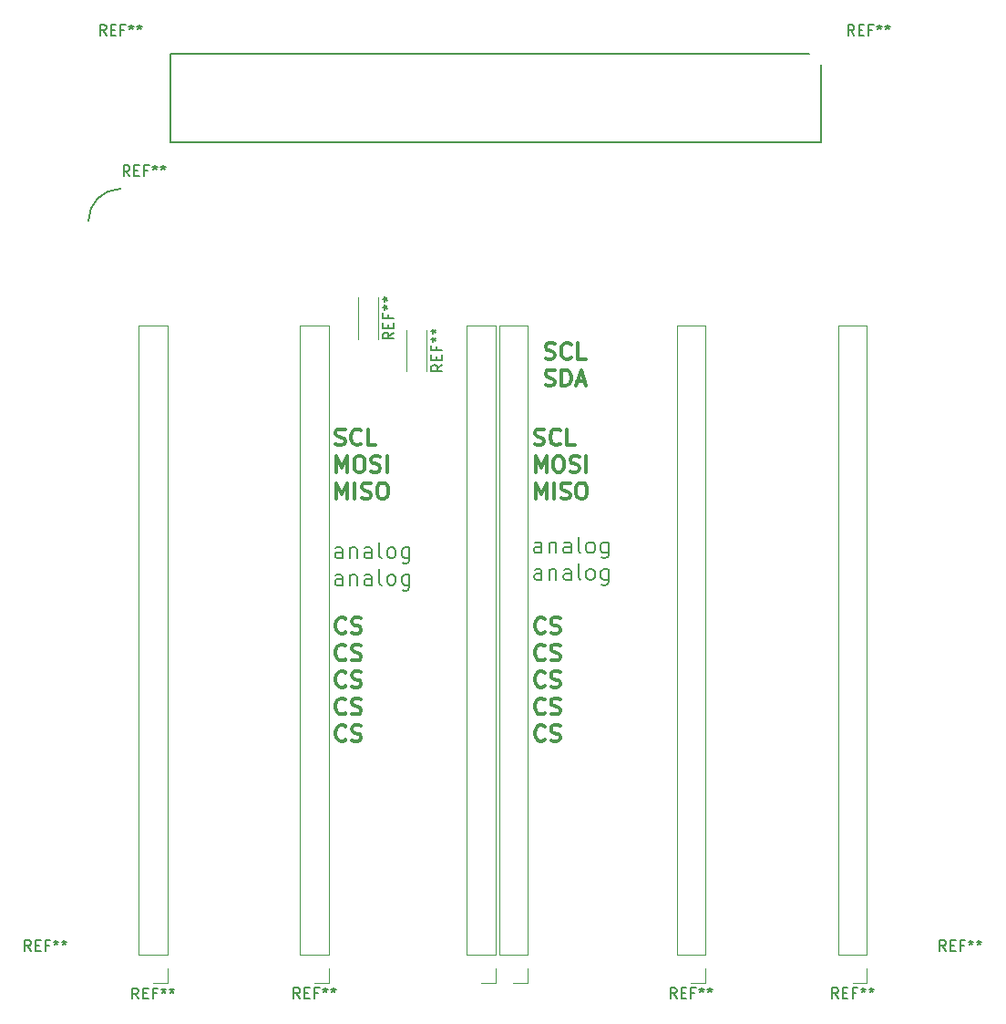
<source format=gbr>
%TF.GenerationSoftware,KiCad,Pcbnew,8.0.0*%
%TF.CreationDate,2025-01-16T00:37:42+02:00*%
%TF.ProjectId,diplomna_2024_pcb_layout,6469706c-6f6d-46e6-915f-323032345f70,rev?*%
%TF.SameCoordinates,Original*%
%TF.FileFunction,Legend,Top*%
%TF.FilePolarity,Positive*%
%FSLAX46Y46*%
G04 Gerber Fmt 4.6, Leading zero omitted, Abs format (unit mm)*
G04 Created by KiCad (PCBNEW 8.0.0) date 2025-01-16 00:37:42*
%MOMM*%
%LPD*%
G01*
G04 APERTURE LIST*
%ADD10C,0.300000*%
%ADD11C,0.187500*%
%ADD12C,0.150000*%
%ADD13C,0.120000*%
%ADD14C,0.127000*%
%ADD15C,0.200000*%
G04 APERTURE END LIST*
D10*
X207411653Y-114657971D02*
X207340225Y-114729400D01*
X207340225Y-114729400D02*
X207125939Y-114800828D01*
X207125939Y-114800828D02*
X206983082Y-114800828D01*
X206983082Y-114800828D02*
X206768796Y-114729400D01*
X206768796Y-114729400D02*
X206625939Y-114586542D01*
X206625939Y-114586542D02*
X206554510Y-114443685D01*
X206554510Y-114443685D02*
X206483082Y-114157971D01*
X206483082Y-114157971D02*
X206483082Y-113943685D01*
X206483082Y-113943685D02*
X206554510Y-113657971D01*
X206554510Y-113657971D02*
X206625939Y-113515114D01*
X206625939Y-113515114D02*
X206768796Y-113372257D01*
X206768796Y-113372257D02*
X206983082Y-113300828D01*
X206983082Y-113300828D02*
X207125939Y-113300828D01*
X207125939Y-113300828D02*
X207340225Y-113372257D01*
X207340225Y-113372257D02*
X207411653Y-113443685D01*
X207983082Y-114729400D02*
X208197368Y-114800828D01*
X208197368Y-114800828D02*
X208554510Y-114800828D01*
X208554510Y-114800828D02*
X208697368Y-114729400D01*
X208697368Y-114729400D02*
X208768796Y-114657971D01*
X208768796Y-114657971D02*
X208840225Y-114515114D01*
X208840225Y-114515114D02*
X208840225Y-114372257D01*
X208840225Y-114372257D02*
X208768796Y-114229400D01*
X208768796Y-114229400D02*
X208697368Y-114157971D01*
X208697368Y-114157971D02*
X208554510Y-114086542D01*
X208554510Y-114086542D02*
X208268796Y-114015114D01*
X208268796Y-114015114D02*
X208125939Y-113943685D01*
X208125939Y-113943685D02*
X208054510Y-113872257D01*
X208054510Y-113872257D02*
X207983082Y-113729400D01*
X207983082Y-113729400D02*
X207983082Y-113586542D01*
X207983082Y-113586542D02*
X208054510Y-113443685D01*
X208054510Y-113443685D02*
X208125939Y-113372257D01*
X208125939Y-113372257D02*
X208268796Y-113300828D01*
X208268796Y-113300828D02*
X208625939Y-113300828D01*
X208625939Y-113300828D02*
X208840225Y-113372257D01*
X188911653Y-107157971D02*
X188840225Y-107229400D01*
X188840225Y-107229400D02*
X188625939Y-107300828D01*
X188625939Y-107300828D02*
X188483082Y-107300828D01*
X188483082Y-107300828D02*
X188268796Y-107229400D01*
X188268796Y-107229400D02*
X188125939Y-107086542D01*
X188125939Y-107086542D02*
X188054510Y-106943685D01*
X188054510Y-106943685D02*
X187983082Y-106657971D01*
X187983082Y-106657971D02*
X187983082Y-106443685D01*
X187983082Y-106443685D02*
X188054510Y-106157971D01*
X188054510Y-106157971D02*
X188125939Y-106015114D01*
X188125939Y-106015114D02*
X188268796Y-105872257D01*
X188268796Y-105872257D02*
X188483082Y-105800828D01*
X188483082Y-105800828D02*
X188625939Y-105800828D01*
X188625939Y-105800828D02*
X188840225Y-105872257D01*
X188840225Y-105872257D02*
X188911653Y-105943685D01*
X189483082Y-107229400D02*
X189697368Y-107300828D01*
X189697368Y-107300828D02*
X190054510Y-107300828D01*
X190054510Y-107300828D02*
X190197368Y-107229400D01*
X190197368Y-107229400D02*
X190268796Y-107157971D01*
X190268796Y-107157971D02*
X190340225Y-107015114D01*
X190340225Y-107015114D02*
X190340225Y-106872257D01*
X190340225Y-106872257D02*
X190268796Y-106729400D01*
X190268796Y-106729400D02*
X190197368Y-106657971D01*
X190197368Y-106657971D02*
X190054510Y-106586542D01*
X190054510Y-106586542D02*
X189768796Y-106515114D01*
X189768796Y-106515114D02*
X189625939Y-106443685D01*
X189625939Y-106443685D02*
X189554510Y-106372257D01*
X189554510Y-106372257D02*
X189483082Y-106229400D01*
X189483082Y-106229400D02*
X189483082Y-106086542D01*
X189483082Y-106086542D02*
X189554510Y-105943685D01*
X189554510Y-105943685D02*
X189625939Y-105872257D01*
X189625939Y-105872257D02*
X189768796Y-105800828D01*
X189768796Y-105800828D02*
X190125939Y-105800828D01*
X190125939Y-105800828D02*
X190340225Y-105872257D01*
X188911653Y-112157971D02*
X188840225Y-112229400D01*
X188840225Y-112229400D02*
X188625939Y-112300828D01*
X188625939Y-112300828D02*
X188483082Y-112300828D01*
X188483082Y-112300828D02*
X188268796Y-112229400D01*
X188268796Y-112229400D02*
X188125939Y-112086542D01*
X188125939Y-112086542D02*
X188054510Y-111943685D01*
X188054510Y-111943685D02*
X187983082Y-111657971D01*
X187983082Y-111657971D02*
X187983082Y-111443685D01*
X187983082Y-111443685D02*
X188054510Y-111157971D01*
X188054510Y-111157971D02*
X188125939Y-111015114D01*
X188125939Y-111015114D02*
X188268796Y-110872257D01*
X188268796Y-110872257D02*
X188483082Y-110800828D01*
X188483082Y-110800828D02*
X188625939Y-110800828D01*
X188625939Y-110800828D02*
X188840225Y-110872257D01*
X188840225Y-110872257D02*
X188911653Y-110943685D01*
X189483082Y-112229400D02*
X189697368Y-112300828D01*
X189697368Y-112300828D02*
X190054510Y-112300828D01*
X190054510Y-112300828D02*
X190197368Y-112229400D01*
X190197368Y-112229400D02*
X190268796Y-112157971D01*
X190268796Y-112157971D02*
X190340225Y-112015114D01*
X190340225Y-112015114D02*
X190340225Y-111872257D01*
X190340225Y-111872257D02*
X190268796Y-111729400D01*
X190268796Y-111729400D02*
X190197368Y-111657971D01*
X190197368Y-111657971D02*
X190054510Y-111586542D01*
X190054510Y-111586542D02*
X189768796Y-111515114D01*
X189768796Y-111515114D02*
X189625939Y-111443685D01*
X189625939Y-111443685D02*
X189554510Y-111372257D01*
X189554510Y-111372257D02*
X189483082Y-111229400D01*
X189483082Y-111229400D02*
X189483082Y-111086542D01*
X189483082Y-111086542D02*
X189554510Y-110943685D01*
X189554510Y-110943685D02*
X189625939Y-110872257D01*
X189625939Y-110872257D02*
X189768796Y-110800828D01*
X189768796Y-110800828D02*
X190125939Y-110800828D01*
X190125939Y-110800828D02*
X190340225Y-110872257D01*
X207411653Y-107157971D02*
X207340225Y-107229400D01*
X207340225Y-107229400D02*
X207125939Y-107300828D01*
X207125939Y-107300828D02*
X206983082Y-107300828D01*
X206983082Y-107300828D02*
X206768796Y-107229400D01*
X206768796Y-107229400D02*
X206625939Y-107086542D01*
X206625939Y-107086542D02*
X206554510Y-106943685D01*
X206554510Y-106943685D02*
X206483082Y-106657971D01*
X206483082Y-106657971D02*
X206483082Y-106443685D01*
X206483082Y-106443685D02*
X206554510Y-106157971D01*
X206554510Y-106157971D02*
X206625939Y-106015114D01*
X206625939Y-106015114D02*
X206768796Y-105872257D01*
X206768796Y-105872257D02*
X206983082Y-105800828D01*
X206983082Y-105800828D02*
X207125939Y-105800828D01*
X207125939Y-105800828D02*
X207340225Y-105872257D01*
X207340225Y-105872257D02*
X207411653Y-105943685D01*
X207983082Y-107229400D02*
X208197368Y-107300828D01*
X208197368Y-107300828D02*
X208554510Y-107300828D01*
X208554510Y-107300828D02*
X208697368Y-107229400D01*
X208697368Y-107229400D02*
X208768796Y-107157971D01*
X208768796Y-107157971D02*
X208840225Y-107015114D01*
X208840225Y-107015114D02*
X208840225Y-106872257D01*
X208840225Y-106872257D02*
X208768796Y-106729400D01*
X208768796Y-106729400D02*
X208697368Y-106657971D01*
X208697368Y-106657971D02*
X208554510Y-106586542D01*
X208554510Y-106586542D02*
X208268796Y-106515114D01*
X208268796Y-106515114D02*
X208125939Y-106443685D01*
X208125939Y-106443685D02*
X208054510Y-106372257D01*
X208054510Y-106372257D02*
X207983082Y-106229400D01*
X207983082Y-106229400D02*
X207983082Y-106086542D01*
X207983082Y-106086542D02*
X208054510Y-105943685D01*
X208054510Y-105943685D02*
X208125939Y-105872257D01*
X208125939Y-105872257D02*
X208268796Y-105800828D01*
X208268796Y-105800828D02*
X208625939Y-105800828D01*
X208625939Y-105800828D02*
X208840225Y-105872257D01*
X206554510Y-94800828D02*
X206554510Y-93300828D01*
X206554510Y-93300828D02*
X207054510Y-94372257D01*
X207054510Y-94372257D02*
X207554510Y-93300828D01*
X207554510Y-93300828D02*
X207554510Y-94800828D01*
X208268796Y-94800828D02*
X208268796Y-93300828D01*
X208911654Y-94729400D02*
X209125940Y-94800828D01*
X209125940Y-94800828D02*
X209483082Y-94800828D01*
X209483082Y-94800828D02*
X209625940Y-94729400D01*
X209625940Y-94729400D02*
X209697368Y-94657971D01*
X209697368Y-94657971D02*
X209768797Y-94515114D01*
X209768797Y-94515114D02*
X209768797Y-94372257D01*
X209768797Y-94372257D02*
X209697368Y-94229400D01*
X209697368Y-94229400D02*
X209625940Y-94157971D01*
X209625940Y-94157971D02*
X209483082Y-94086542D01*
X209483082Y-94086542D02*
X209197368Y-94015114D01*
X209197368Y-94015114D02*
X209054511Y-93943685D01*
X209054511Y-93943685D02*
X208983082Y-93872257D01*
X208983082Y-93872257D02*
X208911654Y-93729400D01*
X208911654Y-93729400D02*
X208911654Y-93586542D01*
X208911654Y-93586542D02*
X208983082Y-93443685D01*
X208983082Y-93443685D02*
X209054511Y-93372257D01*
X209054511Y-93372257D02*
X209197368Y-93300828D01*
X209197368Y-93300828D02*
X209554511Y-93300828D01*
X209554511Y-93300828D02*
X209768797Y-93372257D01*
X210697368Y-93300828D02*
X210983082Y-93300828D01*
X210983082Y-93300828D02*
X211125939Y-93372257D01*
X211125939Y-93372257D02*
X211268796Y-93515114D01*
X211268796Y-93515114D02*
X211340225Y-93800828D01*
X211340225Y-93800828D02*
X211340225Y-94300828D01*
X211340225Y-94300828D02*
X211268796Y-94586542D01*
X211268796Y-94586542D02*
X211125939Y-94729400D01*
X211125939Y-94729400D02*
X210983082Y-94800828D01*
X210983082Y-94800828D02*
X210697368Y-94800828D01*
X210697368Y-94800828D02*
X210554511Y-94729400D01*
X210554511Y-94729400D02*
X210411653Y-94586542D01*
X210411653Y-94586542D02*
X210340225Y-94300828D01*
X210340225Y-94300828D02*
X210340225Y-93800828D01*
X210340225Y-93800828D02*
X210411653Y-93515114D01*
X210411653Y-93515114D02*
X210554511Y-93372257D01*
X210554511Y-93372257D02*
X210697368Y-93300828D01*
X206554510Y-92300828D02*
X206554510Y-90800828D01*
X206554510Y-90800828D02*
X207054510Y-91872257D01*
X207054510Y-91872257D02*
X207554510Y-90800828D01*
X207554510Y-90800828D02*
X207554510Y-92300828D01*
X208554511Y-90800828D02*
X208840225Y-90800828D01*
X208840225Y-90800828D02*
X208983082Y-90872257D01*
X208983082Y-90872257D02*
X209125939Y-91015114D01*
X209125939Y-91015114D02*
X209197368Y-91300828D01*
X209197368Y-91300828D02*
X209197368Y-91800828D01*
X209197368Y-91800828D02*
X209125939Y-92086542D01*
X209125939Y-92086542D02*
X208983082Y-92229400D01*
X208983082Y-92229400D02*
X208840225Y-92300828D01*
X208840225Y-92300828D02*
X208554511Y-92300828D01*
X208554511Y-92300828D02*
X208411654Y-92229400D01*
X208411654Y-92229400D02*
X208268796Y-92086542D01*
X208268796Y-92086542D02*
X208197368Y-91800828D01*
X208197368Y-91800828D02*
X208197368Y-91300828D01*
X208197368Y-91300828D02*
X208268796Y-91015114D01*
X208268796Y-91015114D02*
X208411654Y-90872257D01*
X208411654Y-90872257D02*
X208554511Y-90800828D01*
X209768797Y-92229400D02*
X209983083Y-92300828D01*
X209983083Y-92300828D02*
X210340225Y-92300828D01*
X210340225Y-92300828D02*
X210483083Y-92229400D01*
X210483083Y-92229400D02*
X210554511Y-92157971D01*
X210554511Y-92157971D02*
X210625940Y-92015114D01*
X210625940Y-92015114D02*
X210625940Y-91872257D01*
X210625940Y-91872257D02*
X210554511Y-91729400D01*
X210554511Y-91729400D02*
X210483083Y-91657971D01*
X210483083Y-91657971D02*
X210340225Y-91586542D01*
X210340225Y-91586542D02*
X210054511Y-91515114D01*
X210054511Y-91515114D02*
X209911654Y-91443685D01*
X209911654Y-91443685D02*
X209840225Y-91372257D01*
X209840225Y-91372257D02*
X209768797Y-91229400D01*
X209768797Y-91229400D02*
X209768797Y-91086542D01*
X209768797Y-91086542D02*
X209840225Y-90943685D01*
X209840225Y-90943685D02*
X209911654Y-90872257D01*
X209911654Y-90872257D02*
X210054511Y-90800828D01*
X210054511Y-90800828D02*
X210411654Y-90800828D01*
X210411654Y-90800828D02*
X210625940Y-90872257D01*
X211268796Y-92300828D02*
X211268796Y-90800828D01*
X207411653Y-117157971D02*
X207340225Y-117229400D01*
X207340225Y-117229400D02*
X207125939Y-117300828D01*
X207125939Y-117300828D02*
X206983082Y-117300828D01*
X206983082Y-117300828D02*
X206768796Y-117229400D01*
X206768796Y-117229400D02*
X206625939Y-117086542D01*
X206625939Y-117086542D02*
X206554510Y-116943685D01*
X206554510Y-116943685D02*
X206483082Y-116657971D01*
X206483082Y-116657971D02*
X206483082Y-116443685D01*
X206483082Y-116443685D02*
X206554510Y-116157971D01*
X206554510Y-116157971D02*
X206625939Y-116015114D01*
X206625939Y-116015114D02*
X206768796Y-115872257D01*
X206768796Y-115872257D02*
X206983082Y-115800828D01*
X206983082Y-115800828D02*
X207125939Y-115800828D01*
X207125939Y-115800828D02*
X207340225Y-115872257D01*
X207340225Y-115872257D02*
X207411653Y-115943685D01*
X207983082Y-117229400D02*
X208197368Y-117300828D01*
X208197368Y-117300828D02*
X208554510Y-117300828D01*
X208554510Y-117300828D02*
X208697368Y-117229400D01*
X208697368Y-117229400D02*
X208768796Y-117157971D01*
X208768796Y-117157971D02*
X208840225Y-117015114D01*
X208840225Y-117015114D02*
X208840225Y-116872257D01*
X208840225Y-116872257D02*
X208768796Y-116729400D01*
X208768796Y-116729400D02*
X208697368Y-116657971D01*
X208697368Y-116657971D02*
X208554510Y-116586542D01*
X208554510Y-116586542D02*
X208268796Y-116515114D01*
X208268796Y-116515114D02*
X208125939Y-116443685D01*
X208125939Y-116443685D02*
X208054510Y-116372257D01*
X208054510Y-116372257D02*
X207983082Y-116229400D01*
X207983082Y-116229400D02*
X207983082Y-116086542D01*
X207983082Y-116086542D02*
X208054510Y-115943685D01*
X208054510Y-115943685D02*
X208125939Y-115872257D01*
X208125939Y-115872257D02*
X208268796Y-115800828D01*
X208268796Y-115800828D02*
X208625939Y-115800828D01*
X208625939Y-115800828D02*
X208840225Y-115872257D01*
X207483082Y-84229400D02*
X207697368Y-84300828D01*
X207697368Y-84300828D02*
X208054510Y-84300828D01*
X208054510Y-84300828D02*
X208197368Y-84229400D01*
X208197368Y-84229400D02*
X208268796Y-84157971D01*
X208268796Y-84157971D02*
X208340225Y-84015114D01*
X208340225Y-84015114D02*
X208340225Y-83872257D01*
X208340225Y-83872257D02*
X208268796Y-83729400D01*
X208268796Y-83729400D02*
X208197368Y-83657971D01*
X208197368Y-83657971D02*
X208054510Y-83586542D01*
X208054510Y-83586542D02*
X207768796Y-83515114D01*
X207768796Y-83515114D02*
X207625939Y-83443685D01*
X207625939Y-83443685D02*
X207554510Y-83372257D01*
X207554510Y-83372257D02*
X207483082Y-83229400D01*
X207483082Y-83229400D02*
X207483082Y-83086542D01*
X207483082Y-83086542D02*
X207554510Y-82943685D01*
X207554510Y-82943685D02*
X207625939Y-82872257D01*
X207625939Y-82872257D02*
X207768796Y-82800828D01*
X207768796Y-82800828D02*
X208125939Y-82800828D01*
X208125939Y-82800828D02*
X208340225Y-82872257D01*
X208983081Y-84300828D02*
X208983081Y-82800828D01*
X208983081Y-82800828D02*
X209340224Y-82800828D01*
X209340224Y-82800828D02*
X209554510Y-82872257D01*
X209554510Y-82872257D02*
X209697367Y-83015114D01*
X209697367Y-83015114D02*
X209768796Y-83157971D01*
X209768796Y-83157971D02*
X209840224Y-83443685D01*
X209840224Y-83443685D02*
X209840224Y-83657971D01*
X209840224Y-83657971D02*
X209768796Y-83943685D01*
X209768796Y-83943685D02*
X209697367Y-84086542D01*
X209697367Y-84086542D02*
X209554510Y-84229400D01*
X209554510Y-84229400D02*
X209340224Y-84300828D01*
X209340224Y-84300828D02*
X208983081Y-84300828D01*
X210411653Y-83872257D02*
X211125939Y-83872257D01*
X210268796Y-84300828D02*
X210768796Y-82800828D01*
X210768796Y-82800828D02*
X211268796Y-84300828D01*
X206483082Y-89729400D02*
X206697368Y-89800828D01*
X206697368Y-89800828D02*
X207054510Y-89800828D01*
X207054510Y-89800828D02*
X207197368Y-89729400D01*
X207197368Y-89729400D02*
X207268796Y-89657971D01*
X207268796Y-89657971D02*
X207340225Y-89515114D01*
X207340225Y-89515114D02*
X207340225Y-89372257D01*
X207340225Y-89372257D02*
X207268796Y-89229400D01*
X207268796Y-89229400D02*
X207197368Y-89157971D01*
X207197368Y-89157971D02*
X207054510Y-89086542D01*
X207054510Y-89086542D02*
X206768796Y-89015114D01*
X206768796Y-89015114D02*
X206625939Y-88943685D01*
X206625939Y-88943685D02*
X206554510Y-88872257D01*
X206554510Y-88872257D02*
X206483082Y-88729400D01*
X206483082Y-88729400D02*
X206483082Y-88586542D01*
X206483082Y-88586542D02*
X206554510Y-88443685D01*
X206554510Y-88443685D02*
X206625939Y-88372257D01*
X206625939Y-88372257D02*
X206768796Y-88300828D01*
X206768796Y-88300828D02*
X207125939Y-88300828D01*
X207125939Y-88300828D02*
X207340225Y-88372257D01*
X208840224Y-89657971D02*
X208768796Y-89729400D01*
X208768796Y-89729400D02*
X208554510Y-89800828D01*
X208554510Y-89800828D02*
X208411653Y-89800828D01*
X208411653Y-89800828D02*
X208197367Y-89729400D01*
X208197367Y-89729400D02*
X208054510Y-89586542D01*
X208054510Y-89586542D02*
X207983081Y-89443685D01*
X207983081Y-89443685D02*
X207911653Y-89157971D01*
X207911653Y-89157971D02*
X207911653Y-88943685D01*
X207911653Y-88943685D02*
X207983081Y-88657971D01*
X207983081Y-88657971D02*
X208054510Y-88515114D01*
X208054510Y-88515114D02*
X208197367Y-88372257D01*
X208197367Y-88372257D02*
X208411653Y-88300828D01*
X208411653Y-88300828D02*
X208554510Y-88300828D01*
X208554510Y-88300828D02*
X208768796Y-88372257D01*
X208768796Y-88372257D02*
X208840224Y-88443685D01*
X210197367Y-89800828D02*
X209483081Y-89800828D01*
X209483081Y-89800828D02*
X209483081Y-88300828D01*
X207411653Y-112157971D02*
X207340225Y-112229400D01*
X207340225Y-112229400D02*
X207125939Y-112300828D01*
X207125939Y-112300828D02*
X206983082Y-112300828D01*
X206983082Y-112300828D02*
X206768796Y-112229400D01*
X206768796Y-112229400D02*
X206625939Y-112086542D01*
X206625939Y-112086542D02*
X206554510Y-111943685D01*
X206554510Y-111943685D02*
X206483082Y-111657971D01*
X206483082Y-111657971D02*
X206483082Y-111443685D01*
X206483082Y-111443685D02*
X206554510Y-111157971D01*
X206554510Y-111157971D02*
X206625939Y-111015114D01*
X206625939Y-111015114D02*
X206768796Y-110872257D01*
X206768796Y-110872257D02*
X206983082Y-110800828D01*
X206983082Y-110800828D02*
X207125939Y-110800828D01*
X207125939Y-110800828D02*
X207340225Y-110872257D01*
X207340225Y-110872257D02*
X207411653Y-110943685D01*
X207983082Y-112229400D02*
X208197368Y-112300828D01*
X208197368Y-112300828D02*
X208554510Y-112300828D01*
X208554510Y-112300828D02*
X208697368Y-112229400D01*
X208697368Y-112229400D02*
X208768796Y-112157971D01*
X208768796Y-112157971D02*
X208840225Y-112015114D01*
X208840225Y-112015114D02*
X208840225Y-111872257D01*
X208840225Y-111872257D02*
X208768796Y-111729400D01*
X208768796Y-111729400D02*
X208697368Y-111657971D01*
X208697368Y-111657971D02*
X208554510Y-111586542D01*
X208554510Y-111586542D02*
X208268796Y-111515114D01*
X208268796Y-111515114D02*
X208125939Y-111443685D01*
X208125939Y-111443685D02*
X208054510Y-111372257D01*
X208054510Y-111372257D02*
X207983082Y-111229400D01*
X207983082Y-111229400D02*
X207983082Y-111086542D01*
X207983082Y-111086542D02*
X208054510Y-110943685D01*
X208054510Y-110943685D02*
X208125939Y-110872257D01*
X208125939Y-110872257D02*
X208268796Y-110800828D01*
X208268796Y-110800828D02*
X208625939Y-110800828D01*
X208625939Y-110800828D02*
X208840225Y-110872257D01*
X188054510Y-94800828D02*
X188054510Y-93300828D01*
X188054510Y-93300828D02*
X188554510Y-94372257D01*
X188554510Y-94372257D02*
X189054510Y-93300828D01*
X189054510Y-93300828D02*
X189054510Y-94800828D01*
X189768796Y-94800828D02*
X189768796Y-93300828D01*
X190411654Y-94729400D02*
X190625940Y-94800828D01*
X190625940Y-94800828D02*
X190983082Y-94800828D01*
X190983082Y-94800828D02*
X191125940Y-94729400D01*
X191125940Y-94729400D02*
X191197368Y-94657971D01*
X191197368Y-94657971D02*
X191268797Y-94515114D01*
X191268797Y-94515114D02*
X191268797Y-94372257D01*
X191268797Y-94372257D02*
X191197368Y-94229400D01*
X191197368Y-94229400D02*
X191125940Y-94157971D01*
X191125940Y-94157971D02*
X190983082Y-94086542D01*
X190983082Y-94086542D02*
X190697368Y-94015114D01*
X190697368Y-94015114D02*
X190554511Y-93943685D01*
X190554511Y-93943685D02*
X190483082Y-93872257D01*
X190483082Y-93872257D02*
X190411654Y-93729400D01*
X190411654Y-93729400D02*
X190411654Y-93586542D01*
X190411654Y-93586542D02*
X190483082Y-93443685D01*
X190483082Y-93443685D02*
X190554511Y-93372257D01*
X190554511Y-93372257D02*
X190697368Y-93300828D01*
X190697368Y-93300828D02*
X191054511Y-93300828D01*
X191054511Y-93300828D02*
X191268797Y-93372257D01*
X192197368Y-93300828D02*
X192483082Y-93300828D01*
X192483082Y-93300828D02*
X192625939Y-93372257D01*
X192625939Y-93372257D02*
X192768796Y-93515114D01*
X192768796Y-93515114D02*
X192840225Y-93800828D01*
X192840225Y-93800828D02*
X192840225Y-94300828D01*
X192840225Y-94300828D02*
X192768796Y-94586542D01*
X192768796Y-94586542D02*
X192625939Y-94729400D01*
X192625939Y-94729400D02*
X192483082Y-94800828D01*
X192483082Y-94800828D02*
X192197368Y-94800828D01*
X192197368Y-94800828D02*
X192054511Y-94729400D01*
X192054511Y-94729400D02*
X191911653Y-94586542D01*
X191911653Y-94586542D02*
X191840225Y-94300828D01*
X191840225Y-94300828D02*
X191840225Y-93800828D01*
X191840225Y-93800828D02*
X191911653Y-93515114D01*
X191911653Y-93515114D02*
X192054511Y-93372257D01*
X192054511Y-93372257D02*
X192197368Y-93300828D01*
D11*
X188623355Y-100306678D02*
X188623355Y-99520964D01*
X188623355Y-99520964D02*
X188551926Y-99378107D01*
X188551926Y-99378107D02*
X188409069Y-99306678D01*
X188409069Y-99306678D02*
X188123355Y-99306678D01*
X188123355Y-99306678D02*
X187980497Y-99378107D01*
X188623355Y-100235250D02*
X188480497Y-100306678D01*
X188480497Y-100306678D02*
X188123355Y-100306678D01*
X188123355Y-100306678D02*
X187980497Y-100235250D01*
X187980497Y-100235250D02*
X187909069Y-100092392D01*
X187909069Y-100092392D02*
X187909069Y-99949535D01*
X187909069Y-99949535D02*
X187980497Y-99806678D01*
X187980497Y-99806678D02*
X188123355Y-99735250D01*
X188123355Y-99735250D02*
X188480497Y-99735250D01*
X188480497Y-99735250D02*
X188623355Y-99663821D01*
X189337640Y-99306678D02*
X189337640Y-100306678D01*
X189337640Y-99449535D02*
X189409069Y-99378107D01*
X189409069Y-99378107D02*
X189551926Y-99306678D01*
X189551926Y-99306678D02*
X189766212Y-99306678D01*
X189766212Y-99306678D02*
X189909069Y-99378107D01*
X189909069Y-99378107D02*
X189980498Y-99520964D01*
X189980498Y-99520964D02*
X189980498Y-100306678D01*
X191337641Y-100306678D02*
X191337641Y-99520964D01*
X191337641Y-99520964D02*
X191266212Y-99378107D01*
X191266212Y-99378107D02*
X191123355Y-99306678D01*
X191123355Y-99306678D02*
X190837641Y-99306678D01*
X190837641Y-99306678D02*
X190694783Y-99378107D01*
X191337641Y-100235250D02*
X191194783Y-100306678D01*
X191194783Y-100306678D02*
X190837641Y-100306678D01*
X190837641Y-100306678D02*
X190694783Y-100235250D01*
X190694783Y-100235250D02*
X190623355Y-100092392D01*
X190623355Y-100092392D02*
X190623355Y-99949535D01*
X190623355Y-99949535D02*
X190694783Y-99806678D01*
X190694783Y-99806678D02*
X190837641Y-99735250D01*
X190837641Y-99735250D02*
X191194783Y-99735250D01*
X191194783Y-99735250D02*
X191337641Y-99663821D01*
X192266212Y-100306678D02*
X192123355Y-100235250D01*
X192123355Y-100235250D02*
X192051926Y-100092392D01*
X192051926Y-100092392D02*
X192051926Y-98806678D01*
X193051926Y-100306678D02*
X192909069Y-100235250D01*
X192909069Y-100235250D02*
X192837640Y-100163821D01*
X192837640Y-100163821D02*
X192766212Y-100020964D01*
X192766212Y-100020964D02*
X192766212Y-99592392D01*
X192766212Y-99592392D02*
X192837640Y-99449535D01*
X192837640Y-99449535D02*
X192909069Y-99378107D01*
X192909069Y-99378107D02*
X193051926Y-99306678D01*
X193051926Y-99306678D02*
X193266212Y-99306678D01*
X193266212Y-99306678D02*
X193409069Y-99378107D01*
X193409069Y-99378107D02*
X193480498Y-99449535D01*
X193480498Y-99449535D02*
X193551926Y-99592392D01*
X193551926Y-99592392D02*
X193551926Y-100020964D01*
X193551926Y-100020964D02*
X193480498Y-100163821D01*
X193480498Y-100163821D02*
X193409069Y-100235250D01*
X193409069Y-100235250D02*
X193266212Y-100306678D01*
X193266212Y-100306678D02*
X193051926Y-100306678D01*
X194837641Y-99306678D02*
X194837641Y-100520964D01*
X194837641Y-100520964D02*
X194766212Y-100663821D01*
X194766212Y-100663821D02*
X194694783Y-100735250D01*
X194694783Y-100735250D02*
X194551926Y-100806678D01*
X194551926Y-100806678D02*
X194337641Y-100806678D01*
X194337641Y-100806678D02*
X194194783Y-100735250D01*
X194837641Y-100235250D02*
X194694783Y-100306678D01*
X194694783Y-100306678D02*
X194409069Y-100306678D01*
X194409069Y-100306678D02*
X194266212Y-100235250D01*
X194266212Y-100235250D02*
X194194783Y-100163821D01*
X194194783Y-100163821D02*
X194123355Y-100020964D01*
X194123355Y-100020964D02*
X194123355Y-99592392D01*
X194123355Y-99592392D02*
X194194783Y-99449535D01*
X194194783Y-99449535D02*
X194266212Y-99378107D01*
X194266212Y-99378107D02*
X194409069Y-99306678D01*
X194409069Y-99306678D02*
X194694783Y-99306678D01*
X194694783Y-99306678D02*
X194837641Y-99378107D01*
D10*
X207411653Y-109657971D02*
X207340225Y-109729400D01*
X207340225Y-109729400D02*
X207125939Y-109800828D01*
X207125939Y-109800828D02*
X206983082Y-109800828D01*
X206983082Y-109800828D02*
X206768796Y-109729400D01*
X206768796Y-109729400D02*
X206625939Y-109586542D01*
X206625939Y-109586542D02*
X206554510Y-109443685D01*
X206554510Y-109443685D02*
X206483082Y-109157971D01*
X206483082Y-109157971D02*
X206483082Y-108943685D01*
X206483082Y-108943685D02*
X206554510Y-108657971D01*
X206554510Y-108657971D02*
X206625939Y-108515114D01*
X206625939Y-108515114D02*
X206768796Y-108372257D01*
X206768796Y-108372257D02*
X206983082Y-108300828D01*
X206983082Y-108300828D02*
X207125939Y-108300828D01*
X207125939Y-108300828D02*
X207340225Y-108372257D01*
X207340225Y-108372257D02*
X207411653Y-108443685D01*
X207983082Y-109729400D02*
X208197368Y-109800828D01*
X208197368Y-109800828D02*
X208554510Y-109800828D01*
X208554510Y-109800828D02*
X208697368Y-109729400D01*
X208697368Y-109729400D02*
X208768796Y-109657971D01*
X208768796Y-109657971D02*
X208840225Y-109515114D01*
X208840225Y-109515114D02*
X208840225Y-109372257D01*
X208840225Y-109372257D02*
X208768796Y-109229400D01*
X208768796Y-109229400D02*
X208697368Y-109157971D01*
X208697368Y-109157971D02*
X208554510Y-109086542D01*
X208554510Y-109086542D02*
X208268796Y-109015114D01*
X208268796Y-109015114D02*
X208125939Y-108943685D01*
X208125939Y-108943685D02*
X208054510Y-108872257D01*
X208054510Y-108872257D02*
X207983082Y-108729400D01*
X207983082Y-108729400D02*
X207983082Y-108586542D01*
X207983082Y-108586542D02*
X208054510Y-108443685D01*
X208054510Y-108443685D02*
X208125939Y-108372257D01*
X208125939Y-108372257D02*
X208268796Y-108300828D01*
X208268796Y-108300828D02*
X208625939Y-108300828D01*
X208625939Y-108300828D02*
X208840225Y-108372257D01*
D11*
X207123355Y-99806678D02*
X207123355Y-99020964D01*
X207123355Y-99020964D02*
X207051926Y-98878107D01*
X207051926Y-98878107D02*
X206909069Y-98806678D01*
X206909069Y-98806678D02*
X206623355Y-98806678D01*
X206623355Y-98806678D02*
X206480497Y-98878107D01*
X207123355Y-99735250D02*
X206980497Y-99806678D01*
X206980497Y-99806678D02*
X206623355Y-99806678D01*
X206623355Y-99806678D02*
X206480497Y-99735250D01*
X206480497Y-99735250D02*
X206409069Y-99592392D01*
X206409069Y-99592392D02*
X206409069Y-99449535D01*
X206409069Y-99449535D02*
X206480497Y-99306678D01*
X206480497Y-99306678D02*
X206623355Y-99235250D01*
X206623355Y-99235250D02*
X206980497Y-99235250D01*
X206980497Y-99235250D02*
X207123355Y-99163821D01*
X207837640Y-98806678D02*
X207837640Y-99806678D01*
X207837640Y-98949535D02*
X207909069Y-98878107D01*
X207909069Y-98878107D02*
X208051926Y-98806678D01*
X208051926Y-98806678D02*
X208266212Y-98806678D01*
X208266212Y-98806678D02*
X208409069Y-98878107D01*
X208409069Y-98878107D02*
X208480498Y-99020964D01*
X208480498Y-99020964D02*
X208480498Y-99806678D01*
X209837641Y-99806678D02*
X209837641Y-99020964D01*
X209837641Y-99020964D02*
X209766212Y-98878107D01*
X209766212Y-98878107D02*
X209623355Y-98806678D01*
X209623355Y-98806678D02*
X209337641Y-98806678D01*
X209337641Y-98806678D02*
X209194783Y-98878107D01*
X209837641Y-99735250D02*
X209694783Y-99806678D01*
X209694783Y-99806678D02*
X209337641Y-99806678D01*
X209337641Y-99806678D02*
X209194783Y-99735250D01*
X209194783Y-99735250D02*
X209123355Y-99592392D01*
X209123355Y-99592392D02*
X209123355Y-99449535D01*
X209123355Y-99449535D02*
X209194783Y-99306678D01*
X209194783Y-99306678D02*
X209337641Y-99235250D01*
X209337641Y-99235250D02*
X209694783Y-99235250D01*
X209694783Y-99235250D02*
X209837641Y-99163821D01*
X210766212Y-99806678D02*
X210623355Y-99735250D01*
X210623355Y-99735250D02*
X210551926Y-99592392D01*
X210551926Y-99592392D02*
X210551926Y-98306678D01*
X211551926Y-99806678D02*
X211409069Y-99735250D01*
X211409069Y-99735250D02*
X211337640Y-99663821D01*
X211337640Y-99663821D02*
X211266212Y-99520964D01*
X211266212Y-99520964D02*
X211266212Y-99092392D01*
X211266212Y-99092392D02*
X211337640Y-98949535D01*
X211337640Y-98949535D02*
X211409069Y-98878107D01*
X211409069Y-98878107D02*
X211551926Y-98806678D01*
X211551926Y-98806678D02*
X211766212Y-98806678D01*
X211766212Y-98806678D02*
X211909069Y-98878107D01*
X211909069Y-98878107D02*
X211980498Y-98949535D01*
X211980498Y-98949535D02*
X212051926Y-99092392D01*
X212051926Y-99092392D02*
X212051926Y-99520964D01*
X212051926Y-99520964D02*
X211980498Y-99663821D01*
X211980498Y-99663821D02*
X211909069Y-99735250D01*
X211909069Y-99735250D02*
X211766212Y-99806678D01*
X211766212Y-99806678D02*
X211551926Y-99806678D01*
X213337641Y-98806678D02*
X213337641Y-100020964D01*
X213337641Y-100020964D02*
X213266212Y-100163821D01*
X213266212Y-100163821D02*
X213194783Y-100235250D01*
X213194783Y-100235250D02*
X213051926Y-100306678D01*
X213051926Y-100306678D02*
X212837641Y-100306678D01*
X212837641Y-100306678D02*
X212694783Y-100235250D01*
X213337641Y-99735250D02*
X213194783Y-99806678D01*
X213194783Y-99806678D02*
X212909069Y-99806678D01*
X212909069Y-99806678D02*
X212766212Y-99735250D01*
X212766212Y-99735250D02*
X212694783Y-99663821D01*
X212694783Y-99663821D02*
X212623355Y-99520964D01*
X212623355Y-99520964D02*
X212623355Y-99092392D01*
X212623355Y-99092392D02*
X212694783Y-98949535D01*
X212694783Y-98949535D02*
X212766212Y-98878107D01*
X212766212Y-98878107D02*
X212909069Y-98806678D01*
X212909069Y-98806678D02*
X213194783Y-98806678D01*
X213194783Y-98806678D02*
X213337641Y-98878107D01*
D10*
X207483082Y-81729400D02*
X207697368Y-81800828D01*
X207697368Y-81800828D02*
X208054510Y-81800828D01*
X208054510Y-81800828D02*
X208197368Y-81729400D01*
X208197368Y-81729400D02*
X208268796Y-81657971D01*
X208268796Y-81657971D02*
X208340225Y-81515114D01*
X208340225Y-81515114D02*
X208340225Y-81372257D01*
X208340225Y-81372257D02*
X208268796Y-81229400D01*
X208268796Y-81229400D02*
X208197368Y-81157971D01*
X208197368Y-81157971D02*
X208054510Y-81086542D01*
X208054510Y-81086542D02*
X207768796Y-81015114D01*
X207768796Y-81015114D02*
X207625939Y-80943685D01*
X207625939Y-80943685D02*
X207554510Y-80872257D01*
X207554510Y-80872257D02*
X207483082Y-80729400D01*
X207483082Y-80729400D02*
X207483082Y-80586542D01*
X207483082Y-80586542D02*
X207554510Y-80443685D01*
X207554510Y-80443685D02*
X207625939Y-80372257D01*
X207625939Y-80372257D02*
X207768796Y-80300828D01*
X207768796Y-80300828D02*
X208125939Y-80300828D01*
X208125939Y-80300828D02*
X208340225Y-80372257D01*
X209840224Y-81657971D02*
X209768796Y-81729400D01*
X209768796Y-81729400D02*
X209554510Y-81800828D01*
X209554510Y-81800828D02*
X209411653Y-81800828D01*
X209411653Y-81800828D02*
X209197367Y-81729400D01*
X209197367Y-81729400D02*
X209054510Y-81586542D01*
X209054510Y-81586542D02*
X208983081Y-81443685D01*
X208983081Y-81443685D02*
X208911653Y-81157971D01*
X208911653Y-81157971D02*
X208911653Y-80943685D01*
X208911653Y-80943685D02*
X208983081Y-80657971D01*
X208983081Y-80657971D02*
X209054510Y-80515114D01*
X209054510Y-80515114D02*
X209197367Y-80372257D01*
X209197367Y-80372257D02*
X209411653Y-80300828D01*
X209411653Y-80300828D02*
X209554510Y-80300828D01*
X209554510Y-80300828D02*
X209768796Y-80372257D01*
X209768796Y-80372257D02*
X209840224Y-80443685D01*
X211197367Y-81800828D02*
X210483081Y-81800828D01*
X210483081Y-81800828D02*
X210483081Y-80300828D01*
X188911653Y-114657971D02*
X188840225Y-114729400D01*
X188840225Y-114729400D02*
X188625939Y-114800828D01*
X188625939Y-114800828D02*
X188483082Y-114800828D01*
X188483082Y-114800828D02*
X188268796Y-114729400D01*
X188268796Y-114729400D02*
X188125939Y-114586542D01*
X188125939Y-114586542D02*
X188054510Y-114443685D01*
X188054510Y-114443685D02*
X187983082Y-114157971D01*
X187983082Y-114157971D02*
X187983082Y-113943685D01*
X187983082Y-113943685D02*
X188054510Y-113657971D01*
X188054510Y-113657971D02*
X188125939Y-113515114D01*
X188125939Y-113515114D02*
X188268796Y-113372257D01*
X188268796Y-113372257D02*
X188483082Y-113300828D01*
X188483082Y-113300828D02*
X188625939Y-113300828D01*
X188625939Y-113300828D02*
X188840225Y-113372257D01*
X188840225Y-113372257D02*
X188911653Y-113443685D01*
X189483082Y-114729400D02*
X189697368Y-114800828D01*
X189697368Y-114800828D02*
X190054510Y-114800828D01*
X190054510Y-114800828D02*
X190197368Y-114729400D01*
X190197368Y-114729400D02*
X190268796Y-114657971D01*
X190268796Y-114657971D02*
X190340225Y-114515114D01*
X190340225Y-114515114D02*
X190340225Y-114372257D01*
X190340225Y-114372257D02*
X190268796Y-114229400D01*
X190268796Y-114229400D02*
X190197368Y-114157971D01*
X190197368Y-114157971D02*
X190054510Y-114086542D01*
X190054510Y-114086542D02*
X189768796Y-114015114D01*
X189768796Y-114015114D02*
X189625939Y-113943685D01*
X189625939Y-113943685D02*
X189554510Y-113872257D01*
X189554510Y-113872257D02*
X189483082Y-113729400D01*
X189483082Y-113729400D02*
X189483082Y-113586542D01*
X189483082Y-113586542D02*
X189554510Y-113443685D01*
X189554510Y-113443685D02*
X189625939Y-113372257D01*
X189625939Y-113372257D02*
X189768796Y-113300828D01*
X189768796Y-113300828D02*
X190125939Y-113300828D01*
X190125939Y-113300828D02*
X190340225Y-113372257D01*
X188054510Y-92300828D02*
X188054510Y-90800828D01*
X188054510Y-90800828D02*
X188554510Y-91872257D01*
X188554510Y-91872257D02*
X189054510Y-90800828D01*
X189054510Y-90800828D02*
X189054510Y-92300828D01*
X190054511Y-90800828D02*
X190340225Y-90800828D01*
X190340225Y-90800828D02*
X190483082Y-90872257D01*
X190483082Y-90872257D02*
X190625939Y-91015114D01*
X190625939Y-91015114D02*
X190697368Y-91300828D01*
X190697368Y-91300828D02*
X190697368Y-91800828D01*
X190697368Y-91800828D02*
X190625939Y-92086542D01*
X190625939Y-92086542D02*
X190483082Y-92229400D01*
X190483082Y-92229400D02*
X190340225Y-92300828D01*
X190340225Y-92300828D02*
X190054511Y-92300828D01*
X190054511Y-92300828D02*
X189911654Y-92229400D01*
X189911654Y-92229400D02*
X189768796Y-92086542D01*
X189768796Y-92086542D02*
X189697368Y-91800828D01*
X189697368Y-91800828D02*
X189697368Y-91300828D01*
X189697368Y-91300828D02*
X189768796Y-91015114D01*
X189768796Y-91015114D02*
X189911654Y-90872257D01*
X189911654Y-90872257D02*
X190054511Y-90800828D01*
X191268797Y-92229400D02*
X191483083Y-92300828D01*
X191483083Y-92300828D02*
X191840225Y-92300828D01*
X191840225Y-92300828D02*
X191983083Y-92229400D01*
X191983083Y-92229400D02*
X192054511Y-92157971D01*
X192054511Y-92157971D02*
X192125940Y-92015114D01*
X192125940Y-92015114D02*
X192125940Y-91872257D01*
X192125940Y-91872257D02*
X192054511Y-91729400D01*
X192054511Y-91729400D02*
X191983083Y-91657971D01*
X191983083Y-91657971D02*
X191840225Y-91586542D01*
X191840225Y-91586542D02*
X191554511Y-91515114D01*
X191554511Y-91515114D02*
X191411654Y-91443685D01*
X191411654Y-91443685D02*
X191340225Y-91372257D01*
X191340225Y-91372257D02*
X191268797Y-91229400D01*
X191268797Y-91229400D02*
X191268797Y-91086542D01*
X191268797Y-91086542D02*
X191340225Y-90943685D01*
X191340225Y-90943685D02*
X191411654Y-90872257D01*
X191411654Y-90872257D02*
X191554511Y-90800828D01*
X191554511Y-90800828D02*
X191911654Y-90800828D01*
X191911654Y-90800828D02*
X192125940Y-90872257D01*
X192768796Y-92300828D02*
X192768796Y-90800828D01*
X188911653Y-117157971D02*
X188840225Y-117229400D01*
X188840225Y-117229400D02*
X188625939Y-117300828D01*
X188625939Y-117300828D02*
X188483082Y-117300828D01*
X188483082Y-117300828D02*
X188268796Y-117229400D01*
X188268796Y-117229400D02*
X188125939Y-117086542D01*
X188125939Y-117086542D02*
X188054510Y-116943685D01*
X188054510Y-116943685D02*
X187983082Y-116657971D01*
X187983082Y-116657971D02*
X187983082Y-116443685D01*
X187983082Y-116443685D02*
X188054510Y-116157971D01*
X188054510Y-116157971D02*
X188125939Y-116015114D01*
X188125939Y-116015114D02*
X188268796Y-115872257D01*
X188268796Y-115872257D02*
X188483082Y-115800828D01*
X188483082Y-115800828D02*
X188625939Y-115800828D01*
X188625939Y-115800828D02*
X188840225Y-115872257D01*
X188840225Y-115872257D02*
X188911653Y-115943685D01*
X189483082Y-117229400D02*
X189697368Y-117300828D01*
X189697368Y-117300828D02*
X190054510Y-117300828D01*
X190054510Y-117300828D02*
X190197368Y-117229400D01*
X190197368Y-117229400D02*
X190268796Y-117157971D01*
X190268796Y-117157971D02*
X190340225Y-117015114D01*
X190340225Y-117015114D02*
X190340225Y-116872257D01*
X190340225Y-116872257D02*
X190268796Y-116729400D01*
X190268796Y-116729400D02*
X190197368Y-116657971D01*
X190197368Y-116657971D02*
X190054510Y-116586542D01*
X190054510Y-116586542D02*
X189768796Y-116515114D01*
X189768796Y-116515114D02*
X189625939Y-116443685D01*
X189625939Y-116443685D02*
X189554510Y-116372257D01*
X189554510Y-116372257D02*
X189483082Y-116229400D01*
X189483082Y-116229400D02*
X189483082Y-116086542D01*
X189483082Y-116086542D02*
X189554510Y-115943685D01*
X189554510Y-115943685D02*
X189625939Y-115872257D01*
X189625939Y-115872257D02*
X189768796Y-115800828D01*
X189768796Y-115800828D02*
X190125939Y-115800828D01*
X190125939Y-115800828D02*
X190340225Y-115872257D01*
X187983082Y-89729400D02*
X188197368Y-89800828D01*
X188197368Y-89800828D02*
X188554510Y-89800828D01*
X188554510Y-89800828D02*
X188697368Y-89729400D01*
X188697368Y-89729400D02*
X188768796Y-89657971D01*
X188768796Y-89657971D02*
X188840225Y-89515114D01*
X188840225Y-89515114D02*
X188840225Y-89372257D01*
X188840225Y-89372257D02*
X188768796Y-89229400D01*
X188768796Y-89229400D02*
X188697368Y-89157971D01*
X188697368Y-89157971D02*
X188554510Y-89086542D01*
X188554510Y-89086542D02*
X188268796Y-89015114D01*
X188268796Y-89015114D02*
X188125939Y-88943685D01*
X188125939Y-88943685D02*
X188054510Y-88872257D01*
X188054510Y-88872257D02*
X187983082Y-88729400D01*
X187983082Y-88729400D02*
X187983082Y-88586542D01*
X187983082Y-88586542D02*
X188054510Y-88443685D01*
X188054510Y-88443685D02*
X188125939Y-88372257D01*
X188125939Y-88372257D02*
X188268796Y-88300828D01*
X188268796Y-88300828D02*
X188625939Y-88300828D01*
X188625939Y-88300828D02*
X188840225Y-88372257D01*
X190340224Y-89657971D02*
X190268796Y-89729400D01*
X190268796Y-89729400D02*
X190054510Y-89800828D01*
X190054510Y-89800828D02*
X189911653Y-89800828D01*
X189911653Y-89800828D02*
X189697367Y-89729400D01*
X189697367Y-89729400D02*
X189554510Y-89586542D01*
X189554510Y-89586542D02*
X189483081Y-89443685D01*
X189483081Y-89443685D02*
X189411653Y-89157971D01*
X189411653Y-89157971D02*
X189411653Y-88943685D01*
X189411653Y-88943685D02*
X189483081Y-88657971D01*
X189483081Y-88657971D02*
X189554510Y-88515114D01*
X189554510Y-88515114D02*
X189697367Y-88372257D01*
X189697367Y-88372257D02*
X189911653Y-88300828D01*
X189911653Y-88300828D02*
X190054510Y-88300828D01*
X190054510Y-88300828D02*
X190268796Y-88372257D01*
X190268796Y-88372257D02*
X190340224Y-88443685D01*
X191697367Y-89800828D02*
X190983081Y-89800828D01*
X190983081Y-89800828D02*
X190983081Y-88300828D01*
D11*
X207123355Y-102306678D02*
X207123355Y-101520964D01*
X207123355Y-101520964D02*
X207051926Y-101378107D01*
X207051926Y-101378107D02*
X206909069Y-101306678D01*
X206909069Y-101306678D02*
X206623355Y-101306678D01*
X206623355Y-101306678D02*
X206480497Y-101378107D01*
X207123355Y-102235250D02*
X206980497Y-102306678D01*
X206980497Y-102306678D02*
X206623355Y-102306678D01*
X206623355Y-102306678D02*
X206480497Y-102235250D01*
X206480497Y-102235250D02*
X206409069Y-102092392D01*
X206409069Y-102092392D02*
X206409069Y-101949535D01*
X206409069Y-101949535D02*
X206480497Y-101806678D01*
X206480497Y-101806678D02*
X206623355Y-101735250D01*
X206623355Y-101735250D02*
X206980497Y-101735250D01*
X206980497Y-101735250D02*
X207123355Y-101663821D01*
X207837640Y-101306678D02*
X207837640Y-102306678D01*
X207837640Y-101449535D02*
X207909069Y-101378107D01*
X207909069Y-101378107D02*
X208051926Y-101306678D01*
X208051926Y-101306678D02*
X208266212Y-101306678D01*
X208266212Y-101306678D02*
X208409069Y-101378107D01*
X208409069Y-101378107D02*
X208480498Y-101520964D01*
X208480498Y-101520964D02*
X208480498Y-102306678D01*
X209837641Y-102306678D02*
X209837641Y-101520964D01*
X209837641Y-101520964D02*
X209766212Y-101378107D01*
X209766212Y-101378107D02*
X209623355Y-101306678D01*
X209623355Y-101306678D02*
X209337641Y-101306678D01*
X209337641Y-101306678D02*
X209194783Y-101378107D01*
X209837641Y-102235250D02*
X209694783Y-102306678D01*
X209694783Y-102306678D02*
X209337641Y-102306678D01*
X209337641Y-102306678D02*
X209194783Y-102235250D01*
X209194783Y-102235250D02*
X209123355Y-102092392D01*
X209123355Y-102092392D02*
X209123355Y-101949535D01*
X209123355Y-101949535D02*
X209194783Y-101806678D01*
X209194783Y-101806678D02*
X209337641Y-101735250D01*
X209337641Y-101735250D02*
X209694783Y-101735250D01*
X209694783Y-101735250D02*
X209837641Y-101663821D01*
X210766212Y-102306678D02*
X210623355Y-102235250D01*
X210623355Y-102235250D02*
X210551926Y-102092392D01*
X210551926Y-102092392D02*
X210551926Y-100806678D01*
X211551926Y-102306678D02*
X211409069Y-102235250D01*
X211409069Y-102235250D02*
X211337640Y-102163821D01*
X211337640Y-102163821D02*
X211266212Y-102020964D01*
X211266212Y-102020964D02*
X211266212Y-101592392D01*
X211266212Y-101592392D02*
X211337640Y-101449535D01*
X211337640Y-101449535D02*
X211409069Y-101378107D01*
X211409069Y-101378107D02*
X211551926Y-101306678D01*
X211551926Y-101306678D02*
X211766212Y-101306678D01*
X211766212Y-101306678D02*
X211909069Y-101378107D01*
X211909069Y-101378107D02*
X211980498Y-101449535D01*
X211980498Y-101449535D02*
X212051926Y-101592392D01*
X212051926Y-101592392D02*
X212051926Y-102020964D01*
X212051926Y-102020964D02*
X211980498Y-102163821D01*
X211980498Y-102163821D02*
X211909069Y-102235250D01*
X211909069Y-102235250D02*
X211766212Y-102306678D01*
X211766212Y-102306678D02*
X211551926Y-102306678D01*
X213337641Y-101306678D02*
X213337641Y-102520964D01*
X213337641Y-102520964D02*
X213266212Y-102663821D01*
X213266212Y-102663821D02*
X213194783Y-102735250D01*
X213194783Y-102735250D02*
X213051926Y-102806678D01*
X213051926Y-102806678D02*
X212837641Y-102806678D01*
X212837641Y-102806678D02*
X212694783Y-102735250D01*
X213337641Y-102235250D02*
X213194783Y-102306678D01*
X213194783Y-102306678D02*
X212909069Y-102306678D01*
X212909069Y-102306678D02*
X212766212Y-102235250D01*
X212766212Y-102235250D02*
X212694783Y-102163821D01*
X212694783Y-102163821D02*
X212623355Y-102020964D01*
X212623355Y-102020964D02*
X212623355Y-101592392D01*
X212623355Y-101592392D02*
X212694783Y-101449535D01*
X212694783Y-101449535D02*
X212766212Y-101378107D01*
X212766212Y-101378107D02*
X212909069Y-101306678D01*
X212909069Y-101306678D02*
X213194783Y-101306678D01*
X213194783Y-101306678D02*
X213337641Y-101378107D01*
X188623355Y-102806678D02*
X188623355Y-102020964D01*
X188623355Y-102020964D02*
X188551926Y-101878107D01*
X188551926Y-101878107D02*
X188409069Y-101806678D01*
X188409069Y-101806678D02*
X188123355Y-101806678D01*
X188123355Y-101806678D02*
X187980497Y-101878107D01*
X188623355Y-102735250D02*
X188480497Y-102806678D01*
X188480497Y-102806678D02*
X188123355Y-102806678D01*
X188123355Y-102806678D02*
X187980497Y-102735250D01*
X187980497Y-102735250D02*
X187909069Y-102592392D01*
X187909069Y-102592392D02*
X187909069Y-102449535D01*
X187909069Y-102449535D02*
X187980497Y-102306678D01*
X187980497Y-102306678D02*
X188123355Y-102235250D01*
X188123355Y-102235250D02*
X188480497Y-102235250D01*
X188480497Y-102235250D02*
X188623355Y-102163821D01*
X189337640Y-101806678D02*
X189337640Y-102806678D01*
X189337640Y-101949535D02*
X189409069Y-101878107D01*
X189409069Y-101878107D02*
X189551926Y-101806678D01*
X189551926Y-101806678D02*
X189766212Y-101806678D01*
X189766212Y-101806678D02*
X189909069Y-101878107D01*
X189909069Y-101878107D02*
X189980498Y-102020964D01*
X189980498Y-102020964D02*
X189980498Y-102806678D01*
X191337641Y-102806678D02*
X191337641Y-102020964D01*
X191337641Y-102020964D02*
X191266212Y-101878107D01*
X191266212Y-101878107D02*
X191123355Y-101806678D01*
X191123355Y-101806678D02*
X190837641Y-101806678D01*
X190837641Y-101806678D02*
X190694783Y-101878107D01*
X191337641Y-102735250D02*
X191194783Y-102806678D01*
X191194783Y-102806678D02*
X190837641Y-102806678D01*
X190837641Y-102806678D02*
X190694783Y-102735250D01*
X190694783Y-102735250D02*
X190623355Y-102592392D01*
X190623355Y-102592392D02*
X190623355Y-102449535D01*
X190623355Y-102449535D02*
X190694783Y-102306678D01*
X190694783Y-102306678D02*
X190837641Y-102235250D01*
X190837641Y-102235250D02*
X191194783Y-102235250D01*
X191194783Y-102235250D02*
X191337641Y-102163821D01*
X192266212Y-102806678D02*
X192123355Y-102735250D01*
X192123355Y-102735250D02*
X192051926Y-102592392D01*
X192051926Y-102592392D02*
X192051926Y-101306678D01*
X193051926Y-102806678D02*
X192909069Y-102735250D01*
X192909069Y-102735250D02*
X192837640Y-102663821D01*
X192837640Y-102663821D02*
X192766212Y-102520964D01*
X192766212Y-102520964D02*
X192766212Y-102092392D01*
X192766212Y-102092392D02*
X192837640Y-101949535D01*
X192837640Y-101949535D02*
X192909069Y-101878107D01*
X192909069Y-101878107D02*
X193051926Y-101806678D01*
X193051926Y-101806678D02*
X193266212Y-101806678D01*
X193266212Y-101806678D02*
X193409069Y-101878107D01*
X193409069Y-101878107D02*
X193480498Y-101949535D01*
X193480498Y-101949535D02*
X193551926Y-102092392D01*
X193551926Y-102092392D02*
X193551926Y-102520964D01*
X193551926Y-102520964D02*
X193480498Y-102663821D01*
X193480498Y-102663821D02*
X193409069Y-102735250D01*
X193409069Y-102735250D02*
X193266212Y-102806678D01*
X193266212Y-102806678D02*
X193051926Y-102806678D01*
X194837641Y-101806678D02*
X194837641Y-103020964D01*
X194837641Y-103020964D02*
X194766212Y-103163821D01*
X194766212Y-103163821D02*
X194694783Y-103235250D01*
X194694783Y-103235250D02*
X194551926Y-103306678D01*
X194551926Y-103306678D02*
X194337641Y-103306678D01*
X194337641Y-103306678D02*
X194194783Y-103235250D01*
X194837641Y-102735250D02*
X194694783Y-102806678D01*
X194694783Y-102806678D02*
X194409069Y-102806678D01*
X194409069Y-102806678D02*
X194266212Y-102735250D01*
X194266212Y-102735250D02*
X194194783Y-102663821D01*
X194194783Y-102663821D02*
X194123355Y-102520964D01*
X194123355Y-102520964D02*
X194123355Y-102092392D01*
X194123355Y-102092392D02*
X194194783Y-101949535D01*
X194194783Y-101949535D02*
X194266212Y-101878107D01*
X194266212Y-101878107D02*
X194409069Y-101806678D01*
X194409069Y-101806678D02*
X194694783Y-101806678D01*
X194694783Y-101806678D02*
X194837641Y-101878107D01*
D10*
X188911653Y-109657971D02*
X188840225Y-109729400D01*
X188840225Y-109729400D02*
X188625939Y-109800828D01*
X188625939Y-109800828D02*
X188483082Y-109800828D01*
X188483082Y-109800828D02*
X188268796Y-109729400D01*
X188268796Y-109729400D02*
X188125939Y-109586542D01*
X188125939Y-109586542D02*
X188054510Y-109443685D01*
X188054510Y-109443685D02*
X187983082Y-109157971D01*
X187983082Y-109157971D02*
X187983082Y-108943685D01*
X187983082Y-108943685D02*
X188054510Y-108657971D01*
X188054510Y-108657971D02*
X188125939Y-108515114D01*
X188125939Y-108515114D02*
X188268796Y-108372257D01*
X188268796Y-108372257D02*
X188483082Y-108300828D01*
X188483082Y-108300828D02*
X188625939Y-108300828D01*
X188625939Y-108300828D02*
X188840225Y-108372257D01*
X188840225Y-108372257D02*
X188911653Y-108443685D01*
X189483082Y-109729400D02*
X189697368Y-109800828D01*
X189697368Y-109800828D02*
X190054510Y-109800828D01*
X190054510Y-109800828D02*
X190197368Y-109729400D01*
X190197368Y-109729400D02*
X190268796Y-109657971D01*
X190268796Y-109657971D02*
X190340225Y-109515114D01*
X190340225Y-109515114D02*
X190340225Y-109372257D01*
X190340225Y-109372257D02*
X190268796Y-109229400D01*
X190268796Y-109229400D02*
X190197368Y-109157971D01*
X190197368Y-109157971D02*
X190054510Y-109086542D01*
X190054510Y-109086542D02*
X189768796Y-109015114D01*
X189768796Y-109015114D02*
X189625939Y-108943685D01*
X189625939Y-108943685D02*
X189554510Y-108872257D01*
X189554510Y-108872257D02*
X189483082Y-108729400D01*
X189483082Y-108729400D02*
X189483082Y-108586542D01*
X189483082Y-108586542D02*
X189554510Y-108443685D01*
X189554510Y-108443685D02*
X189625939Y-108372257D01*
X189625939Y-108372257D02*
X189768796Y-108300828D01*
X189768796Y-108300828D02*
X190125939Y-108300828D01*
X190125939Y-108300828D02*
X190340225Y-108372257D01*
D12*
X184666666Y-141184819D02*
X184333333Y-140708628D01*
X184095238Y-141184819D02*
X184095238Y-140184819D01*
X184095238Y-140184819D02*
X184476190Y-140184819D01*
X184476190Y-140184819D02*
X184571428Y-140232438D01*
X184571428Y-140232438D02*
X184619047Y-140280057D01*
X184619047Y-140280057D02*
X184666666Y-140375295D01*
X184666666Y-140375295D02*
X184666666Y-140518152D01*
X184666666Y-140518152D02*
X184619047Y-140613390D01*
X184619047Y-140613390D02*
X184571428Y-140661009D01*
X184571428Y-140661009D02*
X184476190Y-140708628D01*
X184476190Y-140708628D02*
X184095238Y-140708628D01*
X185095238Y-140661009D02*
X185428571Y-140661009D01*
X185571428Y-141184819D02*
X185095238Y-141184819D01*
X185095238Y-141184819D02*
X185095238Y-140184819D01*
X185095238Y-140184819D02*
X185571428Y-140184819D01*
X186333333Y-140661009D02*
X186000000Y-140661009D01*
X186000000Y-141184819D02*
X186000000Y-140184819D01*
X186000000Y-140184819D02*
X186476190Y-140184819D01*
X187000000Y-140184819D02*
X187000000Y-140422914D01*
X186761905Y-140327676D02*
X187000000Y-140422914D01*
X187000000Y-140422914D02*
X187238095Y-140327676D01*
X186857143Y-140613390D02*
X187000000Y-140422914D01*
X187000000Y-140422914D02*
X187142857Y-140613390D01*
X187761905Y-140184819D02*
X187761905Y-140422914D01*
X187523810Y-140327676D02*
X187761905Y-140422914D01*
X187761905Y-140422914D02*
X188000000Y-140327676D01*
X187619048Y-140613390D02*
X187761905Y-140422914D01*
X187761905Y-140422914D02*
X187904762Y-140613390D01*
X236166666Y-51754819D02*
X235833333Y-51278628D01*
X235595238Y-51754819D02*
X235595238Y-50754819D01*
X235595238Y-50754819D02*
X235976190Y-50754819D01*
X235976190Y-50754819D02*
X236071428Y-50802438D01*
X236071428Y-50802438D02*
X236119047Y-50850057D01*
X236119047Y-50850057D02*
X236166666Y-50945295D01*
X236166666Y-50945295D02*
X236166666Y-51088152D01*
X236166666Y-51088152D02*
X236119047Y-51183390D01*
X236119047Y-51183390D02*
X236071428Y-51231009D01*
X236071428Y-51231009D02*
X235976190Y-51278628D01*
X235976190Y-51278628D02*
X235595238Y-51278628D01*
X236595238Y-51231009D02*
X236928571Y-51231009D01*
X237071428Y-51754819D02*
X236595238Y-51754819D01*
X236595238Y-51754819D02*
X236595238Y-50754819D01*
X236595238Y-50754819D02*
X237071428Y-50754819D01*
X237833333Y-51231009D02*
X237500000Y-51231009D01*
X237500000Y-51754819D02*
X237500000Y-50754819D01*
X237500000Y-50754819D02*
X237976190Y-50754819D01*
X238500000Y-50754819D02*
X238500000Y-50992914D01*
X238261905Y-50897676D02*
X238500000Y-50992914D01*
X238500000Y-50992914D02*
X238738095Y-50897676D01*
X238357143Y-51183390D02*
X238500000Y-50992914D01*
X238500000Y-50992914D02*
X238642857Y-51183390D01*
X239261905Y-50754819D02*
X239261905Y-50992914D01*
X239023810Y-50897676D02*
X239261905Y-50992914D01*
X239261905Y-50992914D02*
X239500000Y-50897676D01*
X239119048Y-51183390D02*
X239261905Y-50992914D01*
X239261905Y-50992914D02*
X239404762Y-51183390D01*
X168841666Y-64819819D02*
X168508333Y-64343628D01*
X168270238Y-64819819D02*
X168270238Y-63819819D01*
X168270238Y-63819819D02*
X168651190Y-63819819D01*
X168651190Y-63819819D02*
X168746428Y-63867438D01*
X168746428Y-63867438D02*
X168794047Y-63915057D01*
X168794047Y-63915057D02*
X168841666Y-64010295D01*
X168841666Y-64010295D02*
X168841666Y-64153152D01*
X168841666Y-64153152D02*
X168794047Y-64248390D01*
X168794047Y-64248390D02*
X168746428Y-64296009D01*
X168746428Y-64296009D02*
X168651190Y-64343628D01*
X168651190Y-64343628D02*
X168270238Y-64343628D01*
X169270238Y-64296009D02*
X169603571Y-64296009D01*
X169746428Y-64819819D02*
X169270238Y-64819819D01*
X169270238Y-64819819D02*
X169270238Y-63819819D01*
X169270238Y-63819819D02*
X169746428Y-63819819D01*
X170508333Y-64296009D02*
X170175000Y-64296009D01*
X170175000Y-64819819D02*
X170175000Y-63819819D01*
X170175000Y-63819819D02*
X170651190Y-63819819D01*
X171175000Y-63819819D02*
X171175000Y-64057914D01*
X170936905Y-63962676D02*
X171175000Y-64057914D01*
X171175000Y-64057914D02*
X171413095Y-63962676D01*
X171032143Y-64248390D02*
X171175000Y-64057914D01*
X171175000Y-64057914D02*
X171317857Y-64248390D01*
X171936905Y-63819819D02*
X171936905Y-64057914D01*
X171698810Y-63962676D02*
X171936905Y-64057914D01*
X171936905Y-64057914D02*
X172175000Y-63962676D01*
X171794048Y-64248390D02*
X171936905Y-64057914D01*
X171936905Y-64057914D02*
X172079762Y-64248390D01*
X166666666Y-51754819D02*
X166333333Y-51278628D01*
X166095238Y-51754819D02*
X166095238Y-50754819D01*
X166095238Y-50754819D02*
X166476190Y-50754819D01*
X166476190Y-50754819D02*
X166571428Y-50802438D01*
X166571428Y-50802438D02*
X166619047Y-50850057D01*
X166619047Y-50850057D02*
X166666666Y-50945295D01*
X166666666Y-50945295D02*
X166666666Y-51088152D01*
X166666666Y-51088152D02*
X166619047Y-51183390D01*
X166619047Y-51183390D02*
X166571428Y-51231009D01*
X166571428Y-51231009D02*
X166476190Y-51278628D01*
X166476190Y-51278628D02*
X166095238Y-51278628D01*
X167095238Y-51231009D02*
X167428571Y-51231009D01*
X167571428Y-51754819D02*
X167095238Y-51754819D01*
X167095238Y-51754819D02*
X167095238Y-50754819D01*
X167095238Y-50754819D02*
X167571428Y-50754819D01*
X168333333Y-51231009D02*
X168000000Y-51231009D01*
X168000000Y-51754819D02*
X168000000Y-50754819D01*
X168000000Y-50754819D02*
X168476190Y-50754819D01*
X169000000Y-50754819D02*
X169000000Y-50992914D01*
X168761905Y-50897676D02*
X169000000Y-50992914D01*
X169000000Y-50992914D02*
X169238095Y-50897676D01*
X168857143Y-51183390D02*
X169000000Y-50992914D01*
X169000000Y-50992914D02*
X169142857Y-51183390D01*
X169761905Y-50754819D02*
X169761905Y-50992914D01*
X169523810Y-50897676D02*
X169761905Y-50992914D01*
X169761905Y-50992914D02*
X170000000Y-50897676D01*
X169619048Y-51183390D02*
X169761905Y-50992914D01*
X169761905Y-50992914D02*
X169904762Y-51183390D01*
X234666666Y-141184819D02*
X234333333Y-140708628D01*
X234095238Y-141184819D02*
X234095238Y-140184819D01*
X234095238Y-140184819D02*
X234476190Y-140184819D01*
X234476190Y-140184819D02*
X234571428Y-140232438D01*
X234571428Y-140232438D02*
X234619047Y-140280057D01*
X234619047Y-140280057D02*
X234666666Y-140375295D01*
X234666666Y-140375295D02*
X234666666Y-140518152D01*
X234666666Y-140518152D02*
X234619047Y-140613390D01*
X234619047Y-140613390D02*
X234571428Y-140661009D01*
X234571428Y-140661009D02*
X234476190Y-140708628D01*
X234476190Y-140708628D02*
X234095238Y-140708628D01*
X235095238Y-140661009D02*
X235428571Y-140661009D01*
X235571428Y-141184819D02*
X235095238Y-141184819D01*
X235095238Y-141184819D02*
X235095238Y-140184819D01*
X235095238Y-140184819D02*
X235571428Y-140184819D01*
X236333333Y-140661009D02*
X236000000Y-140661009D01*
X236000000Y-141184819D02*
X236000000Y-140184819D01*
X236000000Y-140184819D02*
X236476190Y-140184819D01*
X237000000Y-140184819D02*
X237000000Y-140422914D01*
X236761905Y-140327676D02*
X237000000Y-140422914D01*
X237000000Y-140422914D02*
X237238095Y-140327676D01*
X236857143Y-140613390D02*
X237000000Y-140422914D01*
X237000000Y-140422914D02*
X237142857Y-140613390D01*
X237761905Y-140184819D02*
X237761905Y-140422914D01*
X237523810Y-140327676D02*
X237761905Y-140422914D01*
X237761905Y-140422914D02*
X238000000Y-140327676D01*
X237619048Y-140613390D02*
X237761905Y-140422914D01*
X237761905Y-140422914D02*
X237904762Y-140613390D01*
X244666666Y-136754819D02*
X244333333Y-136278628D01*
X244095238Y-136754819D02*
X244095238Y-135754819D01*
X244095238Y-135754819D02*
X244476190Y-135754819D01*
X244476190Y-135754819D02*
X244571428Y-135802438D01*
X244571428Y-135802438D02*
X244619047Y-135850057D01*
X244619047Y-135850057D02*
X244666666Y-135945295D01*
X244666666Y-135945295D02*
X244666666Y-136088152D01*
X244666666Y-136088152D02*
X244619047Y-136183390D01*
X244619047Y-136183390D02*
X244571428Y-136231009D01*
X244571428Y-136231009D02*
X244476190Y-136278628D01*
X244476190Y-136278628D02*
X244095238Y-136278628D01*
X245095238Y-136231009D02*
X245428571Y-136231009D01*
X245571428Y-136754819D02*
X245095238Y-136754819D01*
X245095238Y-136754819D02*
X245095238Y-135754819D01*
X245095238Y-135754819D02*
X245571428Y-135754819D01*
X246333333Y-136231009D02*
X246000000Y-136231009D01*
X246000000Y-136754819D02*
X246000000Y-135754819D01*
X246000000Y-135754819D02*
X246476190Y-135754819D01*
X247000000Y-135754819D02*
X247000000Y-135992914D01*
X246761905Y-135897676D02*
X247000000Y-135992914D01*
X247000000Y-135992914D02*
X247238095Y-135897676D01*
X246857143Y-136183390D02*
X247000000Y-135992914D01*
X247000000Y-135992914D02*
X247142857Y-136183390D01*
X247761905Y-135754819D02*
X247761905Y-135992914D01*
X247523810Y-135897676D02*
X247761905Y-135992914D01*
X247761905Y-135992914D02*
X248000000Y-135897676D01*
X247619048Y-136183390D02*
X247761905Y-135992914D01*
X247761905Y-135992914D02*
X247904762Y-136183390D01*
X169666666Y-141204819D02*
X169333333Y-140728628D01*
X169095238Y-141204819D02*
X169095238Y-140204819D01*
X169095238Y-140204819D02*
X169476190Y-140204819D01*
X169476190Y-140204819D02*
X169571428Y-140252438D01*
X169571428Y-140252438D02*
X169619047Y-140300057D01*
X169619047Y-140300057D02*
X169666666Y-140395295D01*
X169666666Y-140395295D02*
X169666666Y-140538152D01*
X169666666Y-140538152D02*
X169619047Y-140633390D01*
X169619047Y-140633390D02*
X169571428Y-140681009D01*
X169571428Y-140681009D02*
X169476190Y-140728628D01*
X169476190Y-140728628D02*
X169095238Y-140728628D01*
X170095238Y-140681009D02*
X170428571Y-140681009D01*
X170571428Y-141204819D02*
X170095238Y-141204819D01*
X170095238Y-141204819D02*
X170095238Y-140204819D01*
X170095238Y-140204819D02*
X170571428Y-140204819D01*
X171333333Y-140681009D02*
X171000000Y-140681009D01*
X171000000Y-141204819D02*
X171000000Y-140204819D01*
X171000000Y-140204819D02*
X171476190Y-140204819D01*
X172000000Y-140204819D02*
X172000000Y-140442914D01*
X171761905Y-140347676D02*
X172000000Y-140442914D01*
X172000000Y-140442914D02*
X172238095Y-140347676D01*
X171857143Y-140633390D02*
X172000000Y-140442914D01*
X172000000Y-140442914D02*
X172142857Y-140633390D01*
X172761905Y-140204819D02*
X172761905Y-140442914D01*
X172523810Y-140347676D02*
X172761905Y-140442914D01*
X172761905Y-140442914D02*
X173000000Y-140347676D01*
X172619048Y-140633390D02*
X172761905Y-140442914D01*
X172761905Y-140442914D02*
X172904762Y-140633390D01*
X159666666Y-136754819D02*
X159333333Y-136278628D01*
X159095238Y-136754819D02*
X159095238Y-135754819D01*
X159095238Y-135754819D02*
X159476190Y-135754819D01*
X159476190Y-135754819D02*
X159571428Y-135802438D01*
X159571428Y-135802438D02*
X159619047Y-135850057D01*
X159619047Y-135850057D02*
X159666666Y-135945295D01*
X159666666Y-135945295D02*
X159666666Y-136088152D01*
X159666666Y-136088152D02*
X159619047Y-136183390D01*
X159619047Y-136183390D02*
X159571428Y-136231009D01*
X159571428Y-136231009D02*
X159476190Y-136278628D01*
X159476190Y-136278628D02*
X159095238Y-136278628D01*
X160095238Y-136231009D02*
X160428571Y-136231009D01*
X160571428Y-136754819D02*
X160095238Y-136754819D01*
X160095238Y-136754819D02*
X160095238Y-135754819D01*
X160095238Y-135754819D02*
X160571428Y-135754819D01*
X161333333Y-136231009D02*
X161000000Y-136231009D01*
X161000000Y-136754819D02*
X161000000Y-135754819D01*
X161000000Y-135754819D02*
X161476190Y-135754819D01*
X162000000Y-135754819D02*
X162000000Y-135992914D01*
X161761905Y-135897676D02*
X162000000Y-135992914D01*
X162000000Y-135992914D02*
X162238095Y-135897676D01*
X161857143Y-136183390D02*
X162000000Y-135992914D01*
X162000000Y-135992914D02*
X162142857Y-136183390D01*
X162761905Y-135754819D02*
X162761905Y-135992914D01*
X162523810Y-135897676D02*
X162761905Y-135992914D01*
X162761905Y-135992914D02*
X163000000Y-135897676D01*
X162619048Y-136183390D02*
X162761905Y-135992914D01*
X162761905Y-135992914D02*
X162904762Y-136183390D01*
X193374819Y-79333333D02*
X192898628Y-79666666D01*
X193374819Y-79904761D02*
X192374819Y-79904761D01*
X192374819Y-79904761D02*
X192374819Y-79523809D01*
X192374819Y-79523809D02*
X192422438Y-79428571D01*
X192422438Y-79428571D02*
X192470057Y-79380952D01*
X192470057Y-79380952D02*
X192565295Y-79333333D01*
X192565295Y-79333333D02*
X192708152Y-79333333D01*
X192708152Y-79333333D02*
X192803390Y-79380952D01*
X192803390Y-79380952D02*
X192851009Y-79428571D01*
X192851009Y-79428571D02*
X192898628Y-79523809D01*
X192898628Y-79523809D02*
X192898628Y-79904761D01*
X192851009Y-78904761D02*
X192851009Y-78571428D01*
X193374819Y-78428571D02*
X193374819Y-78904761D01*
X193374819Y-78904761D02*
X192374819Y-78904761D01*
X192374819Y-78904761D02*
X192374819Y-78428571D01*
X192851009Y-77666666D02*
X192851009Y-77999999D01*
X193374819Y-77999999D02*
X192374819Y-77999999D01*
X192374819Y-77999999D02*
X192374819Y-77523809D01*
X192374819Y-76999999D02*
X192612914Y-76999999D01*
X192517676Y-77238094D02*
X192612914Y-76999999D01*
X192612914Y-76999999D02*
X192517676Y-76761904D01*
X192803390Y-77142856D02*
X192612914Y-76999999D01*
X192612914Y-76999999D02*
X192803390Y-76857142D01*
X192374819Y-76238094D02*
X192612914Y-76238094D01*
X192517676Y-76476189D02*
X192612914Y-76238094D01*
X192612914Y-76238094D02*
X192517676Y-75999999D01*
X192803390Y-76380951D02*
X192612914Y-76238094D01*
X192612914Y-76238094D02*
X192803390Y-76095237D01*
X197874819Y-82333333D02*
X197398628Y-82666666D01*
X197874819Y-82904761D02*
X196874819Y-82904761D01*
X196874819Y-82904761D02*
X196874819Y-82523809D01*
X196874819Y-82523809D02*
X196922438Y-82428571D01*
X196922438Y-82428571D02*
X196970057Y-82380952D01*
X196970057Y-82380952D02*
X197065295Y-82333333D01*
X197065295Y-82333333D02*
X197208152Y-82333333D01*
X197208152Y-82333333D02*
X197303390Y-82380952D01*
X197303390Y-82380952D02*
X197351009Y-82428571D01*
X197351009Y-82428571D02*
X197398628Y-82523809D01*
X197398628Y-82523809D02*
X197398628Y-82904761D01*
X197351009Y-81904761D02*
X197351009Y-81571428D01*
X197874819Y-81428571D02*
X197874819Y-81904761D01*
X197874819Y-81904761D02*
X196874819Y-81904761D01*
X196874819Y-81904761D02*
X196874819Y-81428571D01*
X197351009Y-80666666D02*
X197351009Y-80999999D01*
X197874819Y-80999999D02*
X196874819Y-80999999D01*
X196874819Y-80999999D02*
X196874819Y-80523809D01*
X196874819Y-79999999D02*
X197112914Y-79999999D01*
X197017676Y-80238094D02*
X197112914Y-79999999D01*
X197112914Y-79999999D02*
X197017676Y-79761904D01*
X197303390Y-80142856D02*
X197112914Y-79999999D01*
X197112914Y-79999999D02*
X197303390Y-79857142D01*
X196874819Y-79238094D02*
X197112914Y-79238094D01*
X197017676Y-79476189D02*
X197112914Y-79238094D01*
X197112914Y-79238094D02*
X197017676Y-78999999D01*
X197303390Y-79380951D02*
X197112914Y-79238094D01*
X197112914Y-79238094D02*
X197303390Y-79095237D01*
X219666666Y-141184819D02*
X219333333Y-140708628D01*
X219095238Y-141184819D02*
X219095238Y-140184819D01*
X219095238Y-140184819D02*
X219476190Y-140184819D01*
X219476190Y-140184819D02*
X219571428Y-140232438D01*
X219571428Y-140232438D02*
X219619047Y-140280057D01*
X219619047Y-140280057D02*
X219666666Y-140375295D01*
X219666666Y-140375295D02*
X219666666Y-140518152D01*
X219666666Y-140518152D02*
X219619047Y-140613390D01*
X219619047Y-140613390D02*
X219571428Y-140661009D01*
X219571428Y-140661009D02*
X219476190Y-140708628D01*
X219476190Y-140708628D02*
X219095238Y-140708628D01*
X220095238Y-140661009D02*
X220428571Y-140661009D01*
X220571428Y-141184819D02*
X220095238Y-141184819D01*
X220095238Y-141184819D02*
X220095238Y-140184819D01*
X220095238Y-140184819D02*
X220571428Y-140184819D01*
X221333333Y-140661009D02*
X221000000Y-140661009D01*
X221000000Y-141184819D02*
X221000000Y-140184819D01*
X221000000Y-140184819D02*
X221476190Y-140184819D01*
X222000000Y-140184819D02*
X222000000Y-140422914D01*
X221761905Y-140327676D02*
X222000000Y-140422914D01*
X222000000Y-140422914D02*
X222238095Y-140327676D01*
X221857143Y-140613390D02*
X222000000Y-140422914D01*
X222000000Y-140422914D02*
X222142857Y-140613390D01*
X222761905Y-140184819D02*
X222761905Y-140422914D01*
X222523810Y-140327676D02*
X222761905Y-140422914D01*
X222761905Y-140422914D02*
X223000000Y-140327676D01*
X222619048Y-140613390D02*
X222761905Y-140422914D01*
X222761905Y-140422914D02*
X222904762Y-140613390D01*
D13*
%TO.C,REF\u002A\u002A*%
X184670000Y-137130000D02*
X184670000Y-78650000D01*
X187330000Y-78650000D02*
X184670000Y-78650000D01*
X187330000Y-137130000D02*
X184670000Y-137130000D01*
X187330000Y-137130000D02*
X187330000Y-78650000D01*
X187330000Y-138400000D02*
X187330000Y-139730000D01*
X187330000Y-139730000D02*
X186000000Y-139730000D01*
D14*
X165000000Y-69000000D02*
G75*
G02*
X168000000Y-66000000I3000001J-1D01*
G01*
D13*
X234670000Y-137130000D02*
X234670000Y-78650000D01*
X237330000Y-78650000D02*
X234670000Y-78650000D01*
X237330000Y-137130000D02*
X234670000Y-137130000D01*
X237330000Y-137130000D02*
X237330000Y-78650000D01*
X237330000Y-138400000D02*
X237330000Y-139730000D01*
X237330000Y-139730000D02*
X236000000Y-139730000D01*
X203170000Y-137130000D02*
X203170000Y-78650000D01*
X205830000Y-78650000D02*
X203170000Y-78650000D01*
X205830000Y-137130000D02*
X203170000Y-137130000D01*
X205830000Y-137130000D02*
X205830000Y-78650000D01*
X205830000Y-138400000D02*
X205830000Y-139730000D01*
X205830000Y-139730000D02*
X204500000Y-139730000D01*
X200170000Y-137130000D02*
X200170000Y-78650000D01*
X202830000Y-78650000D02*
X200170000Y-78650000D01*
X202830000Y-137130000D02*
X200170000Y-137130000D01*
X202830000Y-137130000D02*
X202830000Y-78650000D01*
X202830000Y-138400000D02*
X202830000Y-139730000D01*
X202830000Y-139730000D02*
X201500000Y-139730000D01*
X169670000Y-137150000D02*
X169670000Y-78670000D01*
X172330000Y-78670000D02*
X169670000Y-78670000D01*
X172330000Y-137150000D02*
X169670000Y-137150000D01*
X172330000Y-137150000D02*
X172330000Y-78670000D01*
X172330000Y-138420000D02*
X172330000Y-139750000D01*
X172330000Y-139750000D02*
X171000000Y-139750000D01*
D15*
%TO.C,J\u002A\u002A*%
X172600000Y-53500000D02*
X172600000Y-61700000D01*
X172600000Y-61700000D02*
X233100000Y-61700000D01*
X232000000Y-53500000D02*
X172600000Y-53500000D01*
X233100000Y-61700000D02*
X233100000Y-54500000D01*
D13*
%TO.C,REF\u002A\u002A*%
X190080000Y-76080000D02*
X190080000Y-79920000D01*
X191920000Y-76080000D02*
X191920000Y-79920000D01*
X194580000Y-79080000D02*
X194580000Y-82920000D01*
X196420000Y-79080000D02*
X196420000Y-82920000D01*
X219670000Y-137130000D02*
X219670000Y-78650000D01*
X222330000Y-78650000D02*
X219670000Y-78650000D01*
X222330000Y-137130000D02*
X219670000Y-137130000D01*
X222330000Y-137130000D02*
X222330000Y-78650000D01*
X222330000Y-138400000D02*
X222330000Y-139730000D01*
X222330000Y-139730000D02*
X221000000Y-139730000D01*
%TD*%
M02*

</source>
